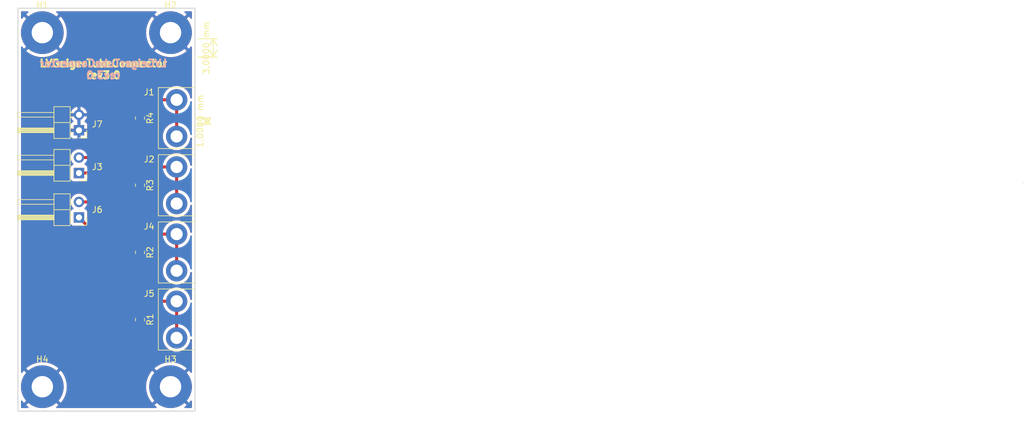
<source format=kicad_pcb>
(kicad_pcb (version 20210623) (generator pcbnew)
  (layers (0 "F.Cu" signal) (31 "B.Cu" signal) (34 "B.Paste" user) (35 "F.Paste" user) (36 "B.SilkS" user "B.Silkscreen") (37 "F.SilkS" user "F.Silkscreen") (38 "B.Mask" user) (39 "F.Mask" user) (44 "Edge.Cuts" user))
  (net 0 "")
  (net 1 "Net-(J1-Pad1)")
  (net 2 "Net-(J2-Pad1)")
  (net 3 "Net-(J4-Pad1)")
  (net 4 "Net-(J5-Pad1)")
  (net 5 "GND")
  (footprint "MountingHole:MountingHole_3.5mm_Pad" (layer "F.Cu") (at 35 26)
    (fp_text reference "H1" (at 0 -4.5) (layer "F.SilkS"))
    (fp_text value "MountingHole_Pad")
    (pad "1" thru_hole circle (at 0 0) (size 7 7) (drill 3.5) (layers *.Cu *.Mask) (net 5 "GND"))
  )
  (footprint "MountingHole:MountingHole_3.5mm_Pad" (layer "F.Cu") (at 56 26)
    (fp_text reference "H2" (at 0 -4.5) (layer "F.SilkS"))
    (fp_text value "MountingHole_Pad")
    (pad "1" thru_hole circle locked (at 0 0) (size 7 7) (drill 3.5) (layers *.Cu *.Mask) (net 5 "GND"))
  )
  (footprint "MountingHole:MountingHole_3.5mm_Pad" (layer "F.Cu") (at 56 84)
    (fp_text reference "H3" (at 0 -4.5) (layer "F.SilkS"))
    (fp_text value "MountingHole_Pad")
    (pad "1" thru_hole circle locked (at 0 0) (size 7 7) (drill 3.5) (layers *.Cu *.Mask) (net 5 "GND"))
  )
  (footprint "MountingHole:MountingHole_3.5mm_Pad" (layer "F.Cu") (at 35 84)
    (fp_text reference "H4" (at 0 -4.5) (layer "F.SilkS"))
    (fp_text value "MountingHole_Pad")
    (pad "1" thru_hole circle locked (at 0 0) (size 7 7) (drill 3.5) (layers *.Cu *.Mask) (net 5 "GND"))
  )
  (footprint "LVGeigerTubeConnector:GeigerTubeConnector" (layer "F.Cu") (at 49 62 90)
    (fp_text reference "J4" (at 4.25 3.5) (layer "F.SilkS"))
    (fp_text value "Conn_01x01_Female")
    (fp_line (start 5 11) (end -5 11) (layer "F.SilkS") (width 0.12))
    (fp_line (start -5 5) (end 0 5) (layer "F.SilkS") (width 0.12))
    (fp_line (start 5 7) (end 5 8) (layer "F.SilkS") (width 0.12))
    (fp_line (start 5 8) (end 5 9) (layer "F.SilkS") (width 0.12))
    (fp_line (start 5 9) (end 5 10) (layer "F.SilkS") (width 0.12))
    (fp_line (start 5 10) (end 5 11) (layer "F.SilkS") (width 0.12))
    (fp_line (start 0 5) (end 5 5) (layer "F.SilkS") (width 0.12))
    (fp_line (start 5 6) (end 5 7) (layer "F.SilkS") (width 0.12))
    (fp_line (start 5 5) (end 5 6) (layer "F.SilkS") (width 0.12))
    (fp_line (start -5 11) (end -5 5) (layer "F.SilkS") (width 0.12))
    (pad "1" thru_hole circle (at 3 8 90) (size 3.5 3.5) (drill 2) (layers *.Cu *.Mask) (net 3 "Net-(J4-Pad1)"))
    (pad "1" thru_hole circle (at -3 8 90) (size 3.5 3.5) (drill 2) (layers *.Cu *.Mask) (net 3 "Net-(J4-Pad1)"))
  )
  (footprint "Resistor_SMD:R_0805_2012Metric" (layer "F.Cu") (at 51 73 -90)
    (fp_text reference "R1" (at 0 -1.65 90) (layer "F.SilkS"))
    (fp_text value "TBD")
    (fp_line (start -0.227064 -0.735) (end 0.227064 -0.735) (layer "F.SilkS") (width 0.12))
    (fp_line (start -0.227064 0.735) (end 0.227064 0.735) (layer "F.SilkS") (width 0.12))
    (pad "1" smd roundrect locked (at -0.9125 0 270) (size 1.025 1.4) (layers "F.Cu" "F.Paste" "F.Mask") (roundrect_rratio 0.243902) (net 4 "Net-(J5-Pad1)"))
    (pad "2" smd roundrect locked (at 0.9125 0 270) (size 1.025 1.4) (layers "F.Cu" "F.Paste" "F.Mask") (roundrect_rratio 0.243902) (net 5 "GND"))
  )
  (footprint "Connector_PinHeader_2.54mm:PinHeader_1x02_P2.54mm_Horizontal" (layer "F.Cu") (at 41 56.275 180)
    (fp_text reference "J6" (at -3 1.275) (layer "F.SilkS"))
    (fp_text value "Conn_01x02_Male")
    (fp_line (start 4.1 2.16) (end 10.1 2.16) (layer "F.SilkS") (width 0.12))
    (fp_line (start 1.11 -0.38) (end 1.44 -0.38) (layer "F.SilkS") (width 0.12))
    (fp_line (start 10.1 2.16) (end 10.1 2.92) (layer "F.SilkS") (width 0.12))
    (fp_line (start 10.1 -0.38) (end 10.1 0.38) (layer "F.SilkS") (width 0.12))
    (fp_line (start 10.1 2.92) (end 4.1 2.92) (layer "F.SilkS") (width 0.12))
    (fp_line (start 4.1 3.87) (end 4.1 -1.33) (layer "F.SilkS") (width 0.12))
    (fp_line (start 1.042929 2.16) (end 1.44 2.16) (layer "F.SilkS") (width 0.12))
    (fp_line (start 4.1 0.16) (end 10.1 0.16) (layer "F.SilkS") (width 0.12))
    (fp_line (start 1.44 3.87) (end 4.1 3.87) (layer "F.SilkS") (width 0.12))
    (fp_line (start -1.27 -1.27) (end 0 -1.27) (layer "F.SilkS") (width 0.12))
    (fp_line (start 10.1 0.38) (end 4.1 0.38) (layer "F.SilkS") (width 0.12))
    (fp_line (start 1.042929 2.92) (end 1.44 2.92) (layer "F.SilkS") (width 0.12))
    (fp_line (start 4.1 -0.08) (end 10.1 -0.08) (layer "F.SilkS") (width 0.12))
    (fp_line (start -1.27 0) (end -1.27 -1.27) (layer "F.SilkS") (width 0.12))
    (fp_line (start 4.1 0.28) (end 10.1 0.28) (layer "F.SilkS") (width 0.12))
    (fp_line (start 4.1 -1.33) (end 1.44 -1.33) (layer "F.SilkS") (width 0.12))
    (fp_line (start 4.1 -0.2) (end 10.1 -0.2) (layer "F.SilkS") (width 0.12))
    (fp_line (start 1.11 0.38) (end 1.44 0.38) (layer "F.SilkS") (width 0.12))
    (fp_line (start 4.1 -0.32) (end 10.1 -0.32) (layer "F.SilkS") (width 0.12))
    (fp_line (start 4.1 -0.38) (end 10.1 -0.38) (layer "F.SilkS") (width 0.12))
    (fp_line (start 1.44 1.27) (end 4.1 1.27) (layer "F.SilkS") (width 0.12))
    (fp_line (start 4.1 0.04) (end 10.1 0.04) (layer "F.SilkS") (width 0.12))
    (fp_line (start 1.44 -1.33) (end 1.44 3.87) (layer "F.SilkS") (width 0.12))
    (pad "1" thru_hole rect locked (at 0 0 180) (size 1.7 1.7) (drill 1) (layers *.Cu *.Mask) (net 4 "Net-(J5-Pad1)"))
    (pad "2" thru_hole oval locked (at 0 2.54 180) (size 1.7 1.7) (drill 1) (layers *.Cu *.Mask) (net 3 "Net-(J4-Pad1)"))
  )
  (footprint "Connector_PinHeader_2.54mm:PinHeader_1x02_P2.54mm_Horizontal" (layer "F.Cu") (at 41 49 180)
    (fp_text reference "J3" (at -3 1) (layer "F.SilkS"))
    (fp_text value "Conn_01x02_Male")
    (fp_line (start 4.1 -0.32) (end 10.1 -0.32) (layer "F.SilkS") (width 0.12))
    (fp_line (start 10.1 0.38) (end 4.1 0.38) (layer "F.SilkS") (width 0.12))
    (fp_line (start 10.1 2.92) (end 4.1 2.92) (layer "F.SilkS") (width 0.12))
    (fp_line (start 10.1 2.16) (end 10.1 2.92) (layer "F.SilkS") (width 0.12))
    (fp_line (start 4.1 -0.2) (end 10.1 -0.2) (layer "F.SilkS") (width 0.12))
    (fp_line (start 4.1 0.28) (end 10.1 0.28) (layer "F.SilkS") (width 0.12))
    (fp_line (start 1.042929 2.92) (end 1.44 2.92) (layer "F.SilkS") (width 0.12))
    (fp_line (start -1.27 -1.27) (end 0 -1.27) (layer "F.SilkS") (width 0.12))
    (fp_line (start 4.1 -1.33) (end 1.44 -1.33) (layer "F.SilkS") (width 0.12))
    (fp_line (start 4.1 -0.38) (end 10.1 -0.38) (layer "F.SilkS") (width 0.12))
    (fp_line (start 1.042929 2.16) (end 1.44 2.16) (layer "F.SilkS") (width 0.12))
    (fp_line (start 4.1 2.16) (end 10.1 2.16) (layer "F.SilkS") (width 0.12))
    (fp_line (start 4.1 0.16) (end 10.1 0.16) (layer "F.SilkS") (width 0.12))
    (fp_line (start 4.1 3.87) (end 4.1 -1.33) (layer "F.SilkS") (width 0.12))
    (fp_line (start -1.27 0) (end -1.27 -1.27) (layer "F.SilkS") (width 0.12))
    (fp_line (start 10.1 -0.38) (end 10.1 0.38) (layer "F.SilkS") (width 0.12))
    (fp_line (start 4.1 -0.08) (end 10.1 -0.08) (layer "F.SilkS") (width 0.12))
    (fp_line (start 1.44 -1.33) (end 1.44 3.87) (layer "F.SilkS") (width 0.12))
    (fp_line (start 4.1 0.04) (end 10.1 0.04) (layer "F.SilkS") (width 0.12))
    (fp_line (start 1.11 -0.38) (end 1.44 -0.38) (layer "F.SilkS") (width 0.12))
    (fp_line (start 1.11 0.38) (end 1.44 0.38) (layer "F.SilkS") (width 0.12))
    (fp_line (start 1.44 3.87) (end 4.1 3.87) (layer "F.SilkS") (width 0.12))
    (fp_line (start 1.44 1.27) (end 4.1 1.27) (layer "F.SilkS") (width 0.12))
    (pad "1" thru_hole rect locked (at 0 0 180) (size 1.7 1.7) (drill 1) (layers *.Cu *.Mask) (net 2 "Net-(J2-Pad1)"))
    (pad "2" thru_hole oval locked (at 0 2.54 180) (size 1.7 1.7) (drill 1) (layers *.Cu *.Mask) (net 1 "Net-(J1-Pad1)"))
  )
  (footprint "Connector_PinHeader_2.54mm:PinHeader_1x02_P2.54mm_Horizontal" (layer "F.Cu") (at 41 42 180)
    (fp_text reference "J7" (at -3 1) (layer "F.SilkS"))
    (fp_text value "Conn_01x02_Male")
    (fp_line (start 4.1 -0.2) (end 10.1 -0.2) (layer "F.SilkS") (width 0.12))
    (fp_line (start 4.1 0.28) (end 10.1 0.28) (layer "F.SilkS") (width 0.12))
    (fp_line (start 1.11 0.38) (end 1.44 0.38) (layer "F.SilkS") (width 0.12))
    (fp_line (start 1.44 1.27) (end 4.1 1.27) (layer "F.SilkS") (width 0.12))
    (fp_line (start 1.44 3.87) (end 4.1 3.87) (layer "F.SilkS") (width 0.12))
    (fp_line (start 4.1 -1.33) (end 1.44 -1.33) (layer "F.SilkS") (width 0.12))
    (fp_line (start -1.27 0) (end -1.27 -1.27) (layer "F.SilkS") (width 0.12))
    (fp_line (start 4.1 -0.32) (end 10.1 -0.32) (layer "F.SilkS") (width 0.12))
    (fp_line (start 4.1 0.04) (end 10.1 0.04) (layer "F.SilkS") (width 0.12))
    (fp_line (start 10.1 -0.38) (end 10.1 0.38) (layer "F.SilkS") (width 0.12))
    (fp_line (start 10.1 0.38) (end 4.1 0.38) (layer "F.SilkS") (width 0.12))
    (fp_line (start 1.042929 2.16) (end 1.44 2.16) (layer "F.SilkS") (width 0.12))
    (fp_line (start 1.042929 2.92) (end 1.44 2.92) (layer "F.SilkS") (width 0.12))
    (fp_line (start 1.11 -0.38) (end 1.44 -0.38) (layer "F.SilkS") (width 0.12))
    (fp_line (start 10.1 2.92) (end 4.1 2.92) (layer "F.SilkS") (width 0.12))
    (fp_line (start 4.1 -0.08) (end 10.1 -0.08) (layer "F.SilkS") (width 0.12))
    (fp_line (start 4.1 3.87) (end 4.1 -1.33) (layer "F.SilkS") (width 0.12))
    (fp_line (start 4.1 2.16) (end 10.1 2.16) (layer "F.SilkS") (width 0.12))
    (fp_line (start 4.1 0.16) (end 10.1 0.16) (layer "F.SilkS") (width 0.12))
    (fp_line (start 10.1 2.16) (end 10.1 2.92) (layer "F.SilkS") (width 0.12))
    (fp_line (start 4.1 -0.38) (end 10.1 -0.38) (layer "F.SilkS") (width 0.12))
    (fp_line (start -1.27 -1.27) (end 0 -1.27) (layer "F.SilkS") (width 0.12))
    (fp_line (start 1.44 -1.33) (end 1.44 3.87) (layer "F.SilkS") (width 0.12))
    (pad "1" thru_hole rect locked (at 0 0 180) (size 1.7 1.7) (drill 1) (layers *.Cu *.Mask) (net 5 "GND"))
    (pad "2" thru_hole oval locked (at 0 2.54 180) (size 1.7 1.7) (drill 1) (layers *.Cu *.Mask) (net 5 "GND"))
  )
  (footprint "Resistor_SMD:R_0805_2012Metric" (layer "F.Cu") (at 51 62 -90)
    (fp_text reference "R2" (at 0 -1.65 90) (layer "F.SilkS"))
    (fp_text value "TBD")
    (fp_line (start -0.227064 0.735) (end 0.227064 0.735) (layer "F.SilkS") (width 0.12))
    (fp_line (start -0.227064 -0.735) (end 0.227064 -0.735) (layer "F.SilkS") (width 0.12))
    (pad "1" smd roundrect locked (at -0.9125 0 270) (size 1.025 1.4) (layers "F.Cu" "F.Paste" "F.Mask") (roundrect_rratio 0.243902) (net 3 "Net-(J4-Pad1)"))
    (pad "2" smd roundrect locked (at 0.9125 0 270) (size 1.025 1.4) (layers "F.Cu" "F.Paste" "F.Mask") (roundrect_rratio 0.243902) (net 5 "GND"))
  )
  (footprint "Resistor_SMD:R_0805_2012Metric" (layer "F.Cu") (at 51 40 -90)
    (fp_text reference "R4" (at 0 -1.65 90) (layer "F.SilkS"))
    (fp_text value "TBD")
    (fp_line (start -0.227064 0.735) (end 0.227064 0.735) (layer "F.SilkS") (width 0.12))
    (fp_line (start -0.227064 -0.735) (end 0.227064 -0.735) (layer "F.SilkS") (width 0.12))
    (pad "1" smd roundrect locked (at -0.9125 0 270) (size 1.025 1.4) (layers "F.Cu" "F.Paste" "F.Mask") (roundrect_rratio 0.243902) (net 1 "Net-(J1-Pad1)"))
    (pad "2" smd roundrect locked (at 0.9125 0 270) (size 1.025 1.4) (layers "F.Cu" "F.Paste" "F.Mask") (roundrect_rratio 0.243902) (net 5 "GND"))
  )
  (footprint "LVGeigerTubeConnector:GeigerTubeConnector" (layer "F.Cu") (at 49 40 90)
    (fp_text reference "J1" (at 4.25 3.5) (layer "F.SilkS"))
    (fp_text value "Conn_01x01_Female")
    (fp_line (start -5 5) (end 0 5) (layer "F.SilkS") (width 0.12))
    (fp_line (start 5 5) (end 5 6) (layer "F.SilkS") (width 0.12))
    (fp_line (start 5 9) (end 5 10) (layer "F.SilkS") (width 0.12))
    (fp_line (start 5 8) (end 5 9) (layer "F.SilkS") (width 0.12))
    (fp_line (start 5 6) (end 5 7) (layer "F.SilkS") (width 0.12))
    (fp_line (start 5 10) (end 5 11) (layer "F.SilkS") (width 0.12))
    (fp_line (start 5 11) (end -5 11) (layer "F.SilkS") (width 0.12))
    (fp_line (start 5 7) (end 5 8) (layer "F.SilkS") (width 0.12))
    (fp_line (start -5 11) (end -5 5) (layer "F.SilkS") (width 0.12))
    (fp_line (start 0 5) (end 5 5) (layer "F.SilkS") (width 0.12))
    (pad "1" thru_hole circle (at -3 8 90) (size 3.5 3.5) (drill 2) (layers *.Cu *.Mask) (net 1 "Net-(J1-Pad1)"))
    (pad "1" thru_hole circle (at 3 8 90) (size 3.5 3.5) (drill 2) (layers *.Cu *.Mask) (net 1 "Net-(J1-Pad1)"))
  )
  (footprint "LVGeigerTubeConnector:GeigerTubeConnector" (layer "F.Cu") (at 49 73 90)
    (fp_text reference "J5" (at 4.25 3.5) (layer "F.SilkS"))
    (fp_text value "Conn_01x01_Female")
    (fp_line (start 5 5) (end 5 6) (layer "F.SilkS") (width 0.12))
    (fp_line (start 5 9) (end 5 10) (layer "F.SilkS") (width 0.12))
    (fp_line (start 0 5) (end 5 5) (layer "F.SilkS") (width 0.12))
    (fp_line (start -5 11) (end -5 5) (layer "F.SilkS") (width 0.12))
    (fp_line (start 5 11) (end -5 11) (layer "F.SilkS") (width 0.12))
    (fp_line (start 5 10) (end 5 11) (layer "F.SilkS") (width 0.12))
    (fp_line (start 5 6) (end 5 7) (layer "F.SilkS") (width 0.12))
    (fp_line (start 5 7) (end 5 8) (layer "F.SilkS") (width 0.12))
    (fp_line (start 5 8) (end 5 9) (layer "F.SilkS") (width 0.12))
    (fp_line (start -5 5) (end 0 5) (layer "F.SilkS") (width 0.12))
    (pad "1" thru_hole circle (at -3 8 90) (size 3.5 3.5) (drill 2) (layers *.Cu *.Mask) (net 4 "Net-(J5-Pad1)"))
    (pad "1" thru_hole circle (at 3 8 90) (size 3.5 3.5) (drill 2) (layers *.Cu *.Mask) (net 4 "Net-(J5-Pad1)"))
  )
  (footprint "LVGeigerTubeConnector:GeigerTubeConnector" (layer "F.Cu") (at 49 51 90)
    (fp_text reference "J2" (at 4.25 3.5) (layer "F.SilkS"))
    (fp_text value "Conn_01x01_Female")
    (fp_line (start 5 8) (end 5 9) (layer "F.SilkS") (width 0.12))
    (fp_line (start 5 7) (end 5 8) (layer "F.SilkS") (width 0.12))
    (fp_line (start -5 5) (end 0 5) (layer "F.SilkS") (width 0.12))
    (fp_line (start 5 11) (end -5 11) (layer "F.SilkS") (width 0.12))
    (fp_line (start 0 5) (end 5 5) (layer "F.SilkS") (width 0.12))
    (fp_line (start 5 5) (end 5 6) (layer "F.SilkS") (width 0.12))
    (fp_line (start 5 9) (end 5 10) (layer "F.SilkS") (width 0.12))
    (fp_line (start -5 11) (end -5 5) (layer "F.SilkS") (width 0.12))
    (fp_line (start 5 10) (end 5 11) (layer "F.SilkS") (width 0.12))
    (fp_line (start 5 6) (end 5 7) (layer "F.SilkS") (width 0.12))
    (pad "1" thru_hole circle (at -3 8 90) (size 3.5 3.5) (drill 2) (layers *.Cu *.Mask) (net 2 "Net-(J2-Pad1)"))
    (pad "1" thru_hole circle (at 3 8 90) (size 3.5 3.5) (drill 2) (layers *.Cu *.Mask) (net 2 "Net-(J2-Pad1)"))
  )
  (footprint "Resistor_SMD:R_0805_2012Metric" (layer "F.Cu") (at 51 51 -90)
    (fp_text reference "R3" (at 0 -1.65 90) (layer "F.SilkS"))
    (fp_text value "TBD")
    (fp_line (start -0.227064 -0.735) (end 0.227064 -0.735) (layer "F.SilkS") (width 0.12))
    (fp_line (start -0.227064 0.735) (end 0.227064 0.735) (layer "F.SilkS") (width 0.12))
    (pad "1" smd roundrect locked (at -0.9125 0 270) (size 1.025 1.4) (layers "F.Cu" "F.Paste" "F.Mask") (roundrect_rratio 0.243902) (net 2 "Net-(J2-Pad1)"))
    (pad "2" smd roundrect locked (at 0.9125 0 270) (size 1.025 1.4) (layers "F.Cu" "F.Paste" "F.Mask") (roundrect_rratio 0.243902) (net 5 "GND"))
  )
  (gr_line (start 31 88) (end 60 88) (layer "Edge.Cuts") (width 0.15))
  (gr_line (start 31 88) (end 31 22) (layer "Edge.Cuts") (width 0.15))
  (gr_line (start 31 22) (end 60 22) (layer "Edge.Cuts") (width 0.15))
  (gr_line (start 60 22) (end 60 88) (layer "Edge.Cuts") (width 0.15))
  (gr_line (start 195.756 50.656) (end 195.756 50.656) (layer "Edge.Cuts") (width 0.15))
  (gr_text "LVGeigerTubeConnector\nrev3.0" (at 45 32) (layer "B.SilkS") (effects (font (size 1.2 1.2) (thickness 0.3)) (justify mirror)))
  (gr_text "LVGeigerTubeConnector\nrev3.0" (at 45 32) (layer "F.SilkS") (effects (font (size 1.2 1.2) (thickness 0.3))))
  (dimension (type aligned) (layer "F.SilkS") (pts (xy 60 30) (xy 60 27)) (height 3) (gr_text "3.0000 mm" (at 61.85 28.5 90) (layer "F.SilkS") (effects (font (size 1 1) (thickness 0.15)))) (format (units 3) (units_format 1) (precision 4)) (style (thickness 0.15) (arrow_length 1.27) (text_position_mode 0) (extension_height 0.58642) (extension_offset 0.5) keep_text_aligned))
  (dimension (type aligned) (layer "F.SilkS") (pts (xy 60 40) (xy 60 41)) (height -2) (gr_text "1.0000 mm" (at 60.85 40.5 90) (layer "F.SilkS") (effects (font (size 1 1) (thickness 0.15)))) (format (units 3) (units_format 1) (precision 4)) (style (thickness 0.15) (arrow_length 1.27) (text_position_mode 0) (extension_height 0.58642) (extension_offset 0.5) keep_text_aligned))
  (segment (start 47 44) (end 47 41.5) (width 0.5) (layer "F.Cu") (net 1))
  (segment (start 57 37) (end 54.5 37) (width 0.5) (layer "F.Cu") (net 1))
  (segment (start 44.54 46.46) (end 47 44) (width 0.5) (layer "F.Cu") (net 1))
  (segment (start 47 41.5) (end 49.4125 39.0875) (width 0.5) (layer "F.Cu") (net 1))
  (segment (start 52.4125 39.0875) (end 51 39.0875) (width 0.5) (layer "F.Cu") (net 1))
  (segment (start 57 43) (end 57 37) (width 0.5) (layer "F.Cu") (net 1))
  (segment (start 49.4125 39.0875) (end 51 39.0875) (width 0.5) (layer "F.Cu") (net 1))
  (segment (start 54.5 37) (end 52.4125 39.0875) (width 0.5) (layer "F.Cu") (net 1))
  (segment (start 41 46.46) (end 44.54 46.46) (width 0.5) (layer "F.Cu") (net 1))
  (segment (start 57 54) (end 57 48) (width 0.5) (layer "F.Cu") (net 2))
  (segment (start 41 49) (end 46 49) (width 0.5) (layer "F.Cu") (net 2))
  (segment (start 47.0875 50.0875) (end 51 50.0875) (width 0.5) (layer "F.Cu") (net 2))
  (segment (start 46 49) (end 47.0875 50.0875) (width 0.5) (layer "F.Cu") (net 2))
  (segment (start 54.29375 48) (end 52.20625 50.0875) (width 0.5) (layer "F.Cu") (net 2))
  (segment (start 57 48) (end 54.29375 48) (width 0.5) (layer "F.Cu") (net 2))
  (segment (start 52.20625 50.0875) (end 51 50.0875) (width 0.5) (layer "F.Cu") (net 2))
  (segment (start 52.4125 61.0875) (end 51 61.0875) (width 0.5) (layer "F.Cu") (net 3))
  (segment (start 47 59) (end 47 57) (width 0.5) (layer "F.Cu") (net 3))
  (segment (start 49.0875 61.0875) (end 47 59) (width 0.5) (layer "F.Cu") (net 3))
  (segment (start 43.735 53.735) (end 41 53.735) (width 0.5) (layer "F.Cu") (net 3))
  (segment (start 51 61.0875) (end 49.0875 61.0875) (width 0.5) (layer "F.Cu") (net 3))
  (segment (start 54.5 59) (end 52.4125 61.0875) (width 0.5) (layer "F.Cu") (net 3))
  (segment (start 57 59) (end 54.5 59) (width 0.5) (layer "F.Cu") (net 3))
  (segment (start 47 57) (end 43.735 53.735) (width 0.5) (layer "F.Cu") (net 3))
  (segment (start 57 65) (end 57 59) (width 0.5) (layer "F.Cu") (net 3))
  (segment (start 51 72.0875) (end 49.5875 72.0875) (width 0.5) (layer "F.Cu") (net 4))
  (segment (start 45.5 68) (end 45.5 60.775) (width 0.5) (layer "F.Cu") (net 4))
  (segment (start 45.5 60.775) (end 41 56.275) (width 0.5) (layer "F.Cu") (net 4))
  (segment (start 54.5 70) (end 52.4125 72.0875) (width 0.5) (layer "F.Cu") (net 4))
  (segment (start 57 76) (end 57 70) (width 0.5) (layer "F.Cu") (net 4))
  (segment (start 49.5875 72.0875) (end 45.5 68) (width 0.5) (layer "F.Cu") (net 4))
  (segment (start 52.4125 72.0875) (end 51 72.0875) (width 0.5) (layer "F.Cu") (net 4))
  (segment (start 57 70) (end 54.5 70) (width 0.5) (layer "F.Cu") (net 4))
  (zone (net 5) (net_name "GND") (layers F&B.Cu) (connect_pads (clearance 0.508)) (min_thickness 0.254) (fill yes (thermal_gap 0.508) (thermal_bridge_width 0.508))
    (polygon (pts (xy 60 88) (xy 31 88) (xy 31 22) (xy 60 22)))
  )
)
</source>
